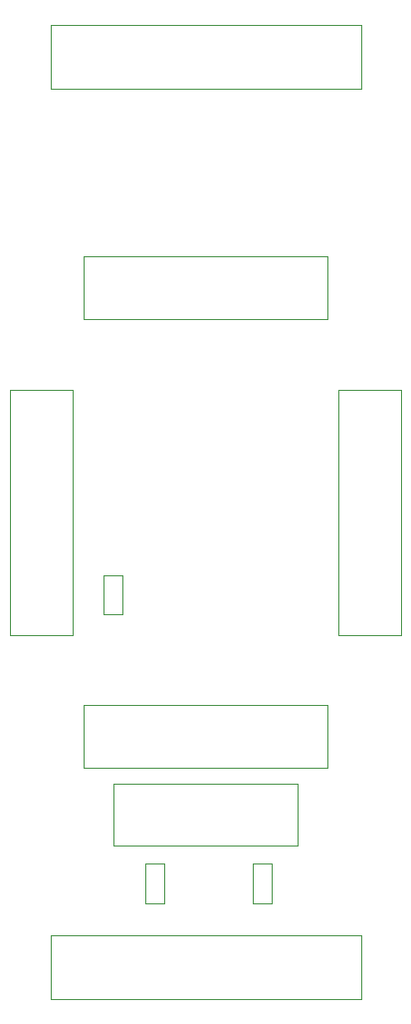
<source format=gbr>
%TF.GenerationSoftware,Altium Limited,Altium Designer,23.4.1 (23)*%
G04 Layer_Color=32768*
%FSLAX45Y45*%
%MOMM*%
%TF.SameCoordinates,FC7CEE8C-9C91-443A-B6C4-03D5C87B0654*%
%TF.FilePolarity,Positive*%
%TF.FileFunction,Other,Mechanical_15*%
%TF.Part,Single*%
G01*
G75*
%TA.AperFunction,NonConductor*%
%ADD38C,0.05000*%
%ADD39C,0.05080*%
D38*
X609000Y2327500D02*
X2691000D01*
Y2860500D01*
X609000D02*
X2691000D01*
X609000Y2327500D02*
Y2860500D01*
X3312500Y3459000D02*
Y5541000D01*
X2779500D02*
X3312500D01*
X2779500Y3459000D02*
Y5541000D01*
Y3459000D02*
X3312500D01*
X-12500D02*
Y5541000D01*
Y3459000D02*
X520500D01*
Y5541000D01*
X-12500D02*
X520500D01*
X609000Y6671500D02*
X2691000D01*
X609000Y6138500D02*
Y6671500D01*
Y6138500D02*
X2691000D01*
Y6671500D01*
X2430000Y1670400D02*
Y2190400D01*
X870000D02*
X2430000D01*
X870000Y1670400D02*
Y2190400D01*
Y1670400D02*
X2430000D01*
X2971500Y8092350D02*
Y8637650D01*
X330500D02*
X2971500D01*
X330500Y8092350D02*
Y8637650D01*
Y8092350D02*
X2971500D01*
Y362350D02*
Y907650D01*
X330500D02*
X2971500D01*
X330500Y362350D02*
Y907650D01*
Y362350D02*
X2971500D01*
D39*
X785300Y3964600D02*
X941900D01*
X785300Y3630000D02*
Y3964600D01*
Y3630000D02*
X941900D01*
Y3964600D01*
X1140900Y1178900D02*
X1297500D01*
Y1513500D01*
X1140900D02*
X1297500D01*
X1140900Y1178900D02*
Y1513500D01*
X2055300Y1178900D02*
X2211900D01*
Y1513500D01*
X2055300D02*
X2211900D01*
X2055300Y1178900D02*
Y1513500D01*
%TF.MD5,bc35087a5c0544c7c85380f7cd289ad7*%
M02*

</source>
